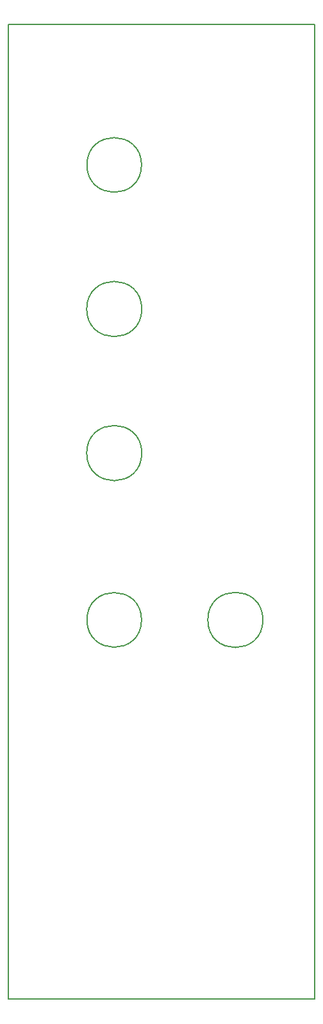
<source format=gbr>
%TF.GenerationSoftware,KiCad,Pcbnew,(5.0.1)-3*%
%TF.CreationDate,2019-04-27T14:44:03+01:00*%
%TF.ProjectId,Fractional clock divider panel,4672616374696F6E616C20636C6F636B,rev?*%
%TF.SameCoordinates,Original*%
%TF.FileFunction,Profile,NP*%
%FSLAX46Y46*%
G04 Gerber Fmt 4.6, Leading zero omitted, Abs format (unit mm)*
G04 Created by KiCad (PCBNEW (5.0.1)-3) date 27/04/2019 14:44:03*
%MOMM*%
%LPD*%
G01*
G04 APERTURE LIST*
%ADD10C,0.150000*%
G04 APERTURE END LIST*
D10*
X51640055Y-94500000D02*
G75*
G03X51640055Y-94500000I-3640055J0D01*
G01*
X35605551Y-94500000D02*
G75*
G03X35605551Y-94500000I-3605551J0D01*
G01*
X35640055Y-72500000D02*
G75*
G03X35640055Y-72500000I-3640055J0D01*
G01*
X35640055Y-53500000D02*
G75*
G03X35640055Y-53500000I-3640055J0D01*
G01*
X35605551Y-34500000D02*
G75*
G03X35605551Y-34500000I-3605551J0D01*
G01*
X18000000Y-144500000D02*
X18000000Y-16000000D01*
X58500000Y-144500000D02*
X18000000Y-144500000D01*
X18000000Y-16000000D02*
X58500000Y-16000000D01*
X58500000Y-16000000D02*
X58500000Y-144500000D01*
M02*

</source>
